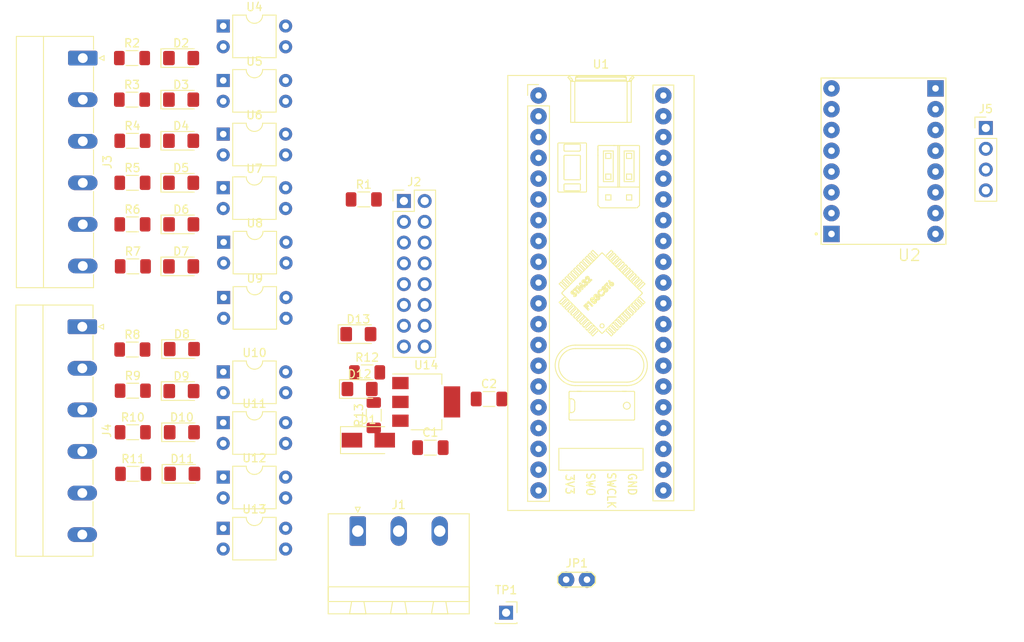
<source format=kicad_pcb>
(kicad_pcb (version 20211014) (generator pcbnew)
  (layers (0 "F.Cu" signal) (31 "B.Cu" signal) (34 "B.Paste" user) (35 "F.Paste" user) (36 "B.SilkS" user "B.Silkscreen") (37 "F.SilkS" user "F.Silkscreen") (38 "B.Mask" user) (39 "F.Mask" user) (44 "Edge.Cuts" user))
  (net 0 "")
  (net 1 "VM")
  (net 2 "5V")
  (net 3 "Net-(D1-Pad1)")
  (net 4 "Net-(J1-Pad1)")
  (net 5 "EN")
  (net 6 "3V3")
  (net 7 "Net-(D2-Pad1)")
  (net 8 "Net-(D2-Pad2)")
  (net 9 "LIMX")
  (net 10 "LIMY")
  (net 13 "Net-(D3-Pad1)")
  (net 14 "Net-(D3-Pad2)")
  (net 15 "Net-(D4-Pad1)")
  (net 16 "Net-(D4-Pad2)")
  (net 17 "Net-(D5-Pad1)")
  (net 18 "LIMZ")
  (net 19 "PROBE")
  (net 20 "SPWM")
  (net 21 "Net-(J2-Pad1)")
  (net 22 "UART1_PDN1")
  (net 23 "Net-(J2-Pad5)")
  (net 24 "Net-(J2-Pad7)")
  (net 25 "Net-(J2-Pad10)")
  (net 26 "Net-(D5-Pad2)")
  (net 27 "Net-(D6-Pad1)")
  (net 28 "Net-(J2-Pad15)")
  (net 29 "ESTOP")
  (net 30 "HOLD")
  (net 31 "START")
  (net 32 "DOOR")
  (net 33 "MIST")
  (net 34 "COOL")
  (net 39 "STEPX")
  (net 40 "DIRX")
  (net 41 "STEPY")
  (net 42 "DIRY")
  (net 43 "STEPZ")
  (net 44 "DIRZ")
  (net 45 "STEPA")
  (net 46 "DIRA")
  (net 47 "STEN")
  (net 48 "SPEN")
  (net 49 "SPDIR")
  (net 53 "Net-(D6-Pad2)")
  (net 54 "Net-(D7-Pad1)")
  (net 55 "Net-(D7-Pad2)")
  (net 56 "Net-(D8-Pad1)")
  (net 57 "Net-(D8-Pad2)")
  (net 58 "Net-(D9-Pad1)")
  (net 59 "Net-(D9-Pad2)")
  (net 60 "Net-(D10-Pad1)")
  (net 61 "Net-(D10-Pad2)")
  (net 62 "Net-(D11-Pad1)")
  (net 63 "Net-(D11-Pad2)")
  (net 64 "Net-(D12-Pad1)")
  (net 65 "Net-(D13-Pad1)")
  (net 66 "Net-(J1-Pad2)")
  (net 67 "Net-(J1-Pad3)")
  (net 68 "OXY01")
  (net 69 "OXY02")
  (net 70 "Net-(J3-Pad1)")
  (net 71 "Net-(J3-Pad2)")
  (net 72 "Net-(J3-Pad3)")
  (net 73 "Net-(J3-Pad4)")
  (net 74 "Net-(J3-Pad5)")
  (net 75 "Net-(J3-Pad6)")
  (net 76 "Net-(J4-Pad1)")
  (net 77 "Net-(J4-Pad2)")
  (net 78 "Net-(J4-Pad3)")
  (net 79 "Net-(J4-Pad4)")
  (net 80 "Net-(J4-Pad5)")
  (net 82 "Net-(U2-PadJP2_3)")
  (net 83 "Net-(U2-PadJP2_4)")
  (net 84 "Net-(U2-PadJP2_5)")
  (net 85 "Net-(U2-PadJP2_6)")
  (footprint "Resistor_SMD:R_1206_3216Metric_Pad1.30x1.75mm_HandSolder" (layer "F.Cu") (at 66.5888 101.2952)
    (fp_text reference "R9" (at 0 -1.82) (layer "F.SilkS"))
    (fp_text value "1K")
    (pad "1" smd roundrect locked (at -1.55 0) (size 1.3 1.75) (layers "F.Cu" "F.Paste" "F.Mask") (roundrect_rratio 0.192308) (net 77 "Net-(J4-Pad2)"))
    (pad "2" smd roundrect locked (at 1.55 0) (size 1.3 1.75) (layers "F.Cu" "F.Paste" "F.Mask") (roundrect_rratio 0.192308) (net 58 "Net-(D9-Pad1)"))
  )
  (footprint "Package_TO_SOT_SMD:SOT-223-3_TabPin2" (layer "F.Cu") (at 102.4132 102.6668)
    (fp_text reference "U14" (at 0 -4.5) (layer "F.SilkS"))
    (fp_text value "LM1117-3.3")
    (pad "1" smd rect locked (at -3.15 -2.3) (size 2 1.5) (layers "F.Cu" "F.Paste" "F.Mask") (net 2 "5V"))
    (pad "2" smd rect locked (at -3.15 0) (size 2 1.5) (layers "F.Cu" "F.Paste" "F.Mask") (net 2 "5V"))
    (pad "2" smd rect locked (at 3.15 0) (size 2 3.8) (layers "F.Cu" "F.Paste" "F.Mask") (net 2 "5V"))
    (pad "3" smd rect locked (at -3.15 2.3) (size 2 1.5) (layers "F.Cu" "F.Paste" "F.Mask") (net 1 "VM"))
  )
  (footprint "LED_SMD:LED_1206_3216Metric_Pad1.42x1.75mm_HandSolder" (layer "F.Cu") (at 72.4916 60.6552)
    (fp_text reference "D2" (at 0 -1.82) (layer "F.SilkS"))
    (fp_text value "LED")
    (pad "1" smd roundrect locked (at -1.4875 0) (size 1.425 1.75) (layers "F.Cu" "F.Paste" "F.Mask") (roundrect_rratio 0.175439) (net 7 "Net-(D2-Pad1)"))
    (pad "2" smd roundrect locked (at 1.4875 0) (size 1.425 1.75) (layers "F.Cu" "F.Paste" "F.Mask") (roundrect_rratio 0.175439) (net 8 "Net-(D2-Pad2)"))
  )
  (footprint "Resistor_SMD:R_1206_3216Metric_Pad1.30x1.75mm_HandSolder" (layer "F.Cu") (at 94.7928 77.9272)
    (fp_text reference "R1" (at 0 -1.82) (layer "F.SilkS"))
    (fp_text value "1K")
    (pad "1" smd roundrect locked (at -1.55 0) (size 1.3 1.75) (layers "F.Cu" "F.Paste" "F.Mask") (roundrect_rratio 0.192308) (net 22 "UART1_PDN1"))
    (pad "2" smd roundrect locked (at 1.55 0) (size 1.3 1.75) (layers "F.Cu" "F.Paste" "F.Mask") (roundrect_rratio 0.192308) (net 21 "Net-(J2-Pad1)"))
  )
  (footprint "Package_DIP:DIP-4_W7.62mm" (layer "F.Cu") (at 77.6832 83.1546)
    (fp_text reference "U8" (at 3.81 -2.33) (layer "F.SilkS"))
    (fp_text value "PC817")
    (pad "1" thru_hole rect locked (at 0 0) (size 1.6 1.6) (drill 0.8) (layers *.Cu *.Mask) (net 80 "Net-(J4-Pad5)"))
    (pad "2" thru_hole oval locked (at 0 2.54) (size 1.6 1.6) (drill 0.8) (layers *.Cu *.Mask) (net 53 "Net-(D6-Pad2)"))
    (pad "3" thru_hole oval locked (at 7.62 2.54) (size 1.6 1.6) (drill 0.8) (layers *.Cu *.Mask) (net 2 "5V"))
    (pad "4" thru_hole oval locked (at 7.62 0) (size 1.6 1.6) (drill 0.8) (layers *.Cu *.Mask) (net 29 "ESTOP"))
  )
  (footprint "Package_DIP:DIP-4_W7.62mm" (layer "F.Cu") (at 77.6324 69.9466)
    (fp_text reference "U6" (at 3.81 -2.33) (layer "F.SilkS"))
    (fp_text value "PC817")
    (pad "1" thru_hole rect locked (at 0 0) (size 1.6 1.6) (drill 0.8) (layers *.Cu *.Mask) (net 80 "Net-(J4-Pad5)"))
    (pad "2" thru_hole oval locked (at 0 2.54) (size 1.6 1.6) (drill 0.8) (layers *.Cu *.Mask) (net 16 "Net-(D4-Pad2)"))
    (pad "3" thru_hole oval locked (at 7.62 2.54) (size 1.6 1.6) (drill 0.8) (layers *.Cu *.Mask) (net 2 "5V"))
    (pad "4" thru_hole oval locked (at 7.62 0) (size 1.6 1.6) (drill 0.8) (layers *.Cu *.Mask) (net 18 "LIMZ"))
  )
  (footprint "Capacitor_SMD:C_1206_3216Metric_Pad1.33x1.80mm_HandSolder" (layer "F.Cu") (at 102.9208 108.2548)
    (fp_text reference "C1" (at 0 -1.85) (layer "F.SilkS"))
    (fp_text value "104")
    (pad "1" smd roundrect locked (at -1.5625 0) (size 1.325 1.8) (layers "F.Cu" "F.Paste" "F.Mask") (roundrect_rratio 0.188679) (net 1 "VM"))
    (pad "2" smd roundrect locked (at 1.5625 0) (size 1.325 1.8) (layers "F.Cu" "F.Paste" "F.Mask") (roundrect_rratio 0.188679) (net 2 "5V"))
  )
  (footprint "LED_SMD:LED_1206_3216Metric_Pad1.42x1.75mm_HandSolder" (layer "F.Cu") (at 72.5832 106.3752)
    (fp_text reference "D10" (at 0 -1.82) (layer "F.SilkS"))
    (fp_text value "LED")
    (pad "1" smd roundrect locked (at -1.4875 0) (size 1.425 1.75) (layers "F.Cu" "F.Paste" "F.Mask") (roundrect_rratio 0.175439) (net 60 "Net-(D10-Pad1)"))
    (pad "2" smd roundrect locked (at 1.4875 0) (size 1.425 1.75) (layers "F.Cu" "F.Paste" "F.Mask") (roundrect_rratio 0.175439) (net 61 "Net-(D10-Pad2)"))
  )
  (footprint "Connector_Phoenix_MC_HighVoltage:PhoenixContact_MC_1,5_6-G-5.08_1x06_P5.08mm_Horizontal" (layer "F.Cu") (at 60.4281 93.4812 -90)
    (fp_text reference "J4" (at 12.7 -3 90) (layer "F.SilkS"))
    (fp_text value "Conn_01x06")
    (pad "1" thru_hole roundrect locked (at 0 0 270) (size 1.8 3.6) (drill 1.2) (layers *.Cu *.Mask) (roundrect_rratio 0.138889) (net 76 "Net-(J4-Pad1)"))
    (pad "2" thru_hole oval locked (at 5.08 0 270) (size 1.8 3.6) (drill 1.2) (layers *.Cu *.Mask) (net 77 "Net-(J4-Pad2)"))
    (pad "3" thru_hole oval locked (at 10.16 0 270) (size 1.8 3.6) (drill 1.2) (layers *.Cu *.Mask) (net 78 "Net-(J4-Pad3)"))
    (pad "4" thru_hole oval locked (at 15.24 0 270) (size 1.8 3.6) (drill 1.2) (layers *.Cu *.Mask) (net 79 "Net-(J4-Pad4)"))
    (pad "5" thru_hole oval locked (at 20.32 0 270) (size 1.8 3.6) (drill 1.2) (layers *.Cu *.Mask) (net 80 "Net-(J4-Pad5)"))
    (pad "6" thru_hole oval locked (at 25.4 0 270) (size 1.8 3.6) (drill 1.2) (layers *.Cu *.Mask))
  )
  (footprint "Resistor_SMD:R_1206_3216Metric_Pad1.30x1.75mm_HandSolder" (layer "F.Cu") (at 66.4972 65.7352)
    (fp_text reference "R3" (at 0 -1.82) (layer "F.SilkS"))
    (fp_text value "1K")
    (pad "1" smd roundrect locked (at -1.55 0) (size 1.3 1.75) (layers "F.Cu" "F.Paste" "F.Mask") (roundrect_rratio 0.192308) (net 71 "Net-(J3-Pad2)"))
    (pad "2" smd roundrect locked (at 1.55 0) (size 1.3 1.75) (layers "F.Cu" "F.Paste" "F.Mask") (roundrect_rratio 0.192308) (net 13 "Net-(D3-Pad1)"))
  )
  (footprint "Diode_SMD:D_SMA" (layer "F.Cu") (at 95.3516 107.3404)
    (fp_text reference "D1" (at 0 -2.5) (layer "F.SilkS"))
    (fp_text value "D_Small")
    (pad "1" smd rect locked (at -2 0) (size 2.5 1.8) (layers "F.Cu" "F.Paste" "F.Mask") (net 3 "Net-(D1-Pad1)"))
    (pad "2" smd rect locked (at 2 0) (size 2.5 1.8) (layers "F.Cu" "F.Paste" "F.Mask") (net 4 "Net-(J1-Pad1)"))
  )
  (footprint "Package_DIP:DIP-4_W7.62mm" (layer "F.Cu") (at 77.6324 105.2018)
    (fp_text reference "U11" (at 3.81 -2.33) (layer "F.SilkS"))
    (fp_text value "PC817")
    (pad "1" thru_hole rect locked (at 0 0) (size 1.6 1.6) (drill 0.8) (layers *.Cu *.Mask) (net 80 "Net-(J4-Pad5)"))
    (pad "2" thru_hole oval locked (at 0 2.54) (size 1.6 1.6) (drill 0.8) (layers *.Cu *.Mask) (net 59 "Net-(D9-Pad2)"))
    (pad "3" thru_hole oval locked (at 7.62 2.54) (size 1.6 1.6) (drill 0.8) (layers *.Cu *.Mask) (net 2 "5V"))
    (pad "4" thru_hole oval locked (at 7.62 0) (size 1.6 1.6) (drill 0.8) (layers *.Cu *.Mask) (net 32 "DOOR"))
  )
  (footprint "LED_SMD:LED_1206_3216Metric_Pad1.42x1.75mm_HandSolder" (layer "F.Cu") (at 72.4916 75.8952)
    (fp_text reference "D5" (at 0 -1.82) (layer "F.SilkS"))
    (fp_text value "LED")
    (pad "1" smd roundrect locked (at -1.4875 0) (size 1.425 1.75) (layers "F.Cu" "F.Paste" "F.Mask") (roundrect_rratio 0.175439) (net 17 "Net-(D5-Pad1)"))
    (pad "2" smd roundrect locked (at 1.4875 0) (size 1.425 1.75) (layers "F.Cu" "F.Paste" "F.Mask") (roundrect_rratio 0.175439) (net 26 "Net-(D5-Pad2)"))
  )
  (footprint "Package_DIP:DIP-4_W7.62mm" (layer "F.Cu") (at 77.6424 98.9992)
    (fp_text reference "U10" (at 3.81 -2.33) (layer "F.SilkS"))
    (fp_text value "PC817")
    (pad "1" thru_hole rect locked (at 0 0) (size 1.6 1.6) (drill 0.8) (layers *.Cu *.Mask) (net 80 "Net-(J4-Pad5)"))
    (pad "2" thru_hole oval locked (at 0 2.54) (size 1.6 1.6) (drill 0.8) (layers *.Cu *.Mask) (net 57 "Net-(D8-Pad2)"))
    (pad "3" thru_hole oval locked (at 7.62 2.54) (size 1.6 1.6) (drill 0.8) (layers *.Cu *.Mask) (net 2 "5V"))
    (pad "4" thru_hole oval locked (at 7.62 0) (size 1.6 1.6) (drill 0.8) (layers *.Cu *.Mask) (net 31 "START"))
  )
  (footprint "Resistor_SMD:R_1206_3216Metric_Pad1.30x1.75mm_HandSolder" (layer "F.Cu") (at 66.4972 60.6552)
    (fp_text reference "R2" (at 0 -1.82) (layer "F.SilkS"))
    (fp_text value "1K")
    (pad "1" smd roundrect locked (at -1.55 0) (size 1.3 1.75) (layers "F.Cu" "F.Paste" "F.Mask") (roundrect_rratio 0.192308) (net 70 "Net-(J3-Pad1)"))
    (pad "2" smd roundrect locked (at 1.55 0) (size 1.3 1.75) (layers "F.Cu" "F.Paste" "F.Mask") (roundrect_rratio 0.192308) (net 7 "Net-(D2-Pad1)"))
  )
  (footprint "Capacitor_SMD:C_1206_3216Metric_Pad1.33x1.80mm_HandSolder" (layer "F.Cu") (at 110.0836 102.3112)
    (fp_text reference "C2" (at 0 -1.85) (layer "F.SilkS"))
    (fp_text value "104")
    (pad "1" smd roundrect locked (at -1.5625 0) (size 1.325 1.8) (layers "F.Cu" "F.Paste" "F.Mask") (roundrect_rratio 0.188679) (net 2 "5V"))
    (pad "2" smd roundrect locked (at 1.5625 0) (size 1.325 1.8) (layers "F.Cu" "F.Paste" "F.Mask") (roundrect_rratio 0.188679) (net 2 "5V"))
  )
  (footprint "Resistor_SMD:R_1206_3216Metric_Pad1.30x1.75mm_HandSolder" (layer "F.Cu") (at 95.1992 99.06)
    (fp_text reference "R12" (at 0 -1.82) (layer "F.SilkS"))
    (fp_text value "1K")
    (pad "1" smd roundrect locked (at -1.55 0) (size 1.3 1.75) (layers "F.Cu" "F.Paste" "F.Mask") (roundrect_rratio 0.192308) (net 2 "5V"))
    (pad "2" smd roundrect locked (at 1.55 0) (size 1.3 1.75) (layers "F.Cu" "F.Paste" "F.Mask") (roundrect_rratio 0.192308) (net 65 "Net-(D13-Pad1)"))
  )
  (footprint "Package_DIP:DIP-4_W7.62mm" (layer "F.Cu") (at 77.6324 111.8566)
    (fp_text reference "U12" (at 3.81 -2.33) (layer "F.SilkS"))
    (fp_text value "PC817")
    (pad "1" thru_hole rect locked (at 0 0) (size 1.6 1.6) (drill 0.8) (layers *.Cu *.Mask) (net 80 "Net-(J4-Pad5)"))
    (pad "2" thru_hole oval locked (at 0 2.54) (size 1.6 1.6) (drill 0.8) (layers *.Cu *.Mask) (net 61 "Net-(D10-Pad2)"))
    (pad "3" thru_hole oval locked (at 7.62 2.54) (size 1.6 1.6) (drill 0.8) (layers *.Cu *.Mask) (net 2 "5V"))
    (pad "4" thru_hole oval locked (at 7.62 0) (size 1.6 1.6) (drill 0.8) (layers *.Cu *.Mask) (net 68 "OXY01"))
  )
  (footprint "Connector_Phoenix_MSTB:PhoenixContact_MSTBA_2,5_3-G_1x03_P5.00mm_Horizontal" (layer "F.Cu") (at 94.06 118.4473)
    (fp_text reference "J1" (at 5 -3.2) (layer "F.SilkS"))
    (fp_text value "Conn_01x03")
    (pad "1" thru_hole roundrect (at 0 0) (size 2 3.6) (drill 1.4) (layers *.Cu *.Mask) (roundrect_rratio 0.125) (net 4 "Net-(J1-Pad1)"))
    (pad "2" thru_hole oval (at 5 0) (size 2 3.6) (drill 1.4) (layers *.Cu *.Mask) (net 66 "Net-(J1-Pad2)"))
    (pad "3" thru_hole oval (at 10 0) (size 2 3.6) (drill 1.4) (layers *.Cu *.Mask) (net 67 "Net-(J1-Pad3)"))
  )
  (footprint "Resistor_SMD:R_1206_3216Metric_Pad1.30x1.75mm_HandSolder" (layer "F.Cu") (at 66.5888 106.3752)
    (fp_text reference "R10" (at 0 -1.82) (layer "F.SilkS"))
    (fp_text value "1K")
    (pad "1" smd roundrect locked (at -1.55 0) (size 1.3 1.75) (layers "F.Cu" "F.Paste" "F.Mask") (roundrect_rratio 0.192308) (net 78 "Net-(J4-Pad3)"))
    (pad "2" smd roundrect locked (at 1.55 0) (size 1.3 1.75) (layers "F.Cu" "F.Paste" "F.Mask") (roundrect_rratio 0.192308) (net 60 "Net-(D10-Pad1)"))
  )
  (footprint "Package_DIP:DIP-4_W7.62mm" (layer "F.Cu") (at 77.6832 89.911)
    (fp_text reference "U9" (at 3.81 -2.33) (layer "F.SilkS"))
    (fp_text value "PC817")
    (pad "1" thru_hole rect locked (at 0 0) (size 1.6 1.6) (drill 0.8) (layers *.Cu *.Mask) (net 80 "Net-(J4-Pad5)"))
    (pad "2" thru_hole oval locked (at 0 2.54) (size 1.6 1.6) (drill 0.8) (layers *.Cu *.Mask) (net 55 "Net-(D7-Pad2)"))
    (pad "3" thru_hole oval locked (at 7.62 2.54) (size 1.6 1.6) (drill 0.8) (layers *.Cu *.Mask) (net 2 "5V"))
    (pad "4" thru_hole oval locked (at 7.62 0) (size 1.6 1.6) (drill 0.8) (layers *.Cu *.Mask) (net 30 "HOLD"))
  )
  (footprint "Resistor_SMD:R_1206_3216Metric_Pad1.30x1.75mm_HandSolder" (layer "F.Cu") (at 66.548 75.8952)
    (fp_text reference "R5" (at 0 -1.82) (layer "F.SilkS"))
    (fp_text value "1K")
    (pad "1" smd roundrect locked (at -1.55 0) (size 1.3 1.75) (layers "F.Cu" "F.Paste" "F.Mask") (roundrect_rratio 0.192308) (net 73 "Net-(J3-Pad4)"))
    (pad "2" smd roundrect locked (at 1.55 0) (size 1.3 1.75) (layers "F.Cu" "F.Paste" "F.Mask") (roundrect_rratio 0.192308) (net 17 "Net-(D5-Pad1)"))
  )
  (footprint "Resistor_SMD:R_1206_3216Metric_Pad1.30x1.75mm_HandSolder" (layer "F.Cu") (at 66.548 80.9752)
    (fp_text reference "R6" (at 0 -1.82) (layer "F.SilkS"))
    (fp_text value "1K")
    (pad "1" smd roundrect locked (at -1.55 0) (size 1.3 1.75) (layers "F.Cu" "F.Paste" "F.Mask") (roundrect_rratio 0.192308) (net 74 "Net-(J3-Pad5)"))
    (pad "2" smd roundrect locked (at 1.55 0) (size 1.3 1.75) (layers "F.Cu" "F.Paste" "F.Mask") (roundrect_rratio 0.192308) (net 27 "Net-(D6-Pad1)"))
  )
  (footprint "LED_SMD:LED_1206_3216Metric_Pad1.42x1.75mm_HandSolder" (layer "F.Cu") (at 94.2848 101.092)
    (fp_text reference "D12" (at 0 -1.82) (layer "F.SilkS"))
    (fp_text value "LED")
    (pad "1" smd roundrect locked (at -1.4875 0) (size 1.425 1.75) (layers "F.Cu" "F.Paste" "F.Mask") (roundrect_rratio 0.175439) (net 64 "Net-(D12-Pad1)"))
    (pad "2" smd roundrect locked (at 1.4875 0) (size 1.425 1.75) (layers "F.Cu" "F.Paste" "F.Mask") (roundrect_rratio 0.175439) (net 2 "5V"))
  )
  (footprint "LED_SMD:LED_1206_3216Metric_Pad1.42x1.75mm_HandSolder" (layer "F.Cu") (at 72.5059 80.9752)
    (fp_text reference "D6" (at 0 -1.82) (layer "F.SilkS"))
    (fp_text value "LED")
    (pad "1" smd roundrect locked (at -1.4875 0) (size 1.425 1.75) (layers "F.Cu" "F.Paste" "F.Mask") (roundrect_rratio 0.175439) (net 27 "Net-(D6-Pad1)"))
    (pad "2" smd roundrect locked (at 1.4875 0) (size 1.425 1.75) (layers "F.Cu" "F.Paste" "F.Mask") (roundrect_rratio 0.175439) (net 53 "Net-(D6-Pad2)"))
  )
  (footprint "Resistor_SMD:R_1206_3216Metric_Pad1.30x1.75mm_HandSolder" (layer "F.Cu") (at 66.6396 111.4552)
    (fp_text reference "R11" (at 0 -1.82) (layer "F.SilkS"))
    (fp_text value "1K")
    (pad "1" smd roundrect locked (at -1.55 0) (size 1.3 1.75) (layers "F.Cu" "F.Paste" "F.Mask") (roundrect_rratio 0.192308) (net 79 "Net-(J4-Pad4)"))
    (pad "2" smd roundrect locked (at 1.55 0) (size 1.3 1.75) (layers "F.Cu" "F.Paste" "F.Mask") (roundrect_rratio 0.192308) (net 62 "Net-(D11-Pad1)"))
  )
  (footprint "Package_DIP:DIP-4_W7.62mm" (layer "F.Cu") (at 77.6324 118.105)
    (fp_text reference "U13" (at 3.81 -2.33) (layer "F.SilkS"))
    (fp_text value "PC817")
    (pad "1" thru_hole rect locked (at 0 0) (size 1.6 1.6) (drill 0.8) (layers *.Cu *.Mask) (net 80 "Net-(J4-Pad5)"))
    (pad "2" thru_hole oval locked (at 0 2.54) (size 1.6 1.6) (drill 0.8) (layers *.Cu *.Mask) (net 63 "Net-(D11-Pad2)"))
    (pad "3" thru_hole oval locked (at 7.62 2.54) (size 1.6 1.6) (drill 0.8) (layers *.Cu *.Mask) (net 2 "5V"))
    (pad "4" thru_hole oval locked (at 7.62 0) (size 1.6 1.6) (drill 0.8) (layers *.Cu *.Mask) (net 69 "OXY02"))
  )
  (footprint "LED_SMD:LED_1206_3216Metric_Pad1.42x1.75mm_HandSolder" (layer "F.Cu") (at 72.4916 86.106)
    (fp_text reference "D7" (at 0 -1.82) (layer "F.SilkS"))
    (fp_text value "LED")
    (pad "1" smd roundrect locked (at -1.4875 0) (size 1.425 1.75) (layers "F.Cu" "F.Paste" "F.Mask") (roundrect_rratio 0.175439) (net 54 "Net-(D7-Pad1)"))
    (pad "2" smd roundrect locked (at 1.4875 0) (size 1.425 1.75) (layers "F.Cu" "F.Paste" "F.Mask") (roundrect_rratio 0.175439) (net 55 "Net-(D7-Pad2)"))
  )
  (footprint "LED_SMD:LED_1206_3216Metric_Pad1.42x1.75mm_HandSolder" (layer "F.Cu") (at 72.4916 70.7644)
    (fp_text reference "D4" (at 0 -1.82) (layer "F.SilkS"))
    (fp_text value "LED")
    (pad "1" smd roundrect locked (at -1.4875 0) (size 1.425 1.75) (layers "F.Cu" "F.Paste" "F.Mask") (roundrect_rratio 0.175439) (net 15 "Net-(D4-Pad1)"))
    (pad "2" smd roundrect locked (at 1.4875 0) (size 1.425 1.75) (layers "F.Cu" "F.Paste" "F.Mask") (roundrect_rratio 0.175439) (net 16 "Net-(D4-Pad2)"))
  )
  (footprint "LED_SMD:LED_1206_3216Metric_Pad1.42x1.75mm_HandSolder" (layer "F.Cu") (at 94.1324 94.3864)
    (fp_text reference "D13" (at 0 -1.82) (layer "F.SilkS"))
    (fp_text value "LED")
    (pad "1" smd roundrect locked (at -1.4875 0) (size 1.425 1.75) (layers "F.Cu" "F.Paste" "F.Mask") (roundrect_rratio 0.175439) (net 65 "Net-(D13-Pad1)"))
    (pad "2" smd roundrect locked (at 1.4875 0) (size 1.425 1.75) (layers "F.Cu" "F.Paste" "F.Mask") (roundrect_rratio 0.175439) (net 28 "Net-(J2-Pad15)"))
  )
  (footprint "Resistor_SMD:R_1206_3216Metric_Pad1.30x1.75mm_HandSolder" (layer "F.Cu") (at 66.548 70.7644)
    (fp_text reference "R4" (at 0 -1.82) (layer "F.SilkS"))
    (fp_text value "1K")
    (pad "1" smd roundrect locked (at -1.55 0) (size 1.3 1.75) (layers "F.Cu" "F.Paste" "F.Mask") (roundrect_rratio 0.192308) (net 72 "Net-(J3-Pad3)"))
    (pad "2" smd roundrect locked (at 1.55 0) (size 1.3 1.75) (layers "F.Cu" "F.Paste" "F.Mask") (roundrect_rratio 0.192308) (net 15 "Net-(D4-Pad1)"))
  )
  (footprint "TMC2208_SILENTSTEPSTICK:MODULE_TMC2208_SILENTSTEPSTICK" (layer "F.Cu") (at 158.2455 73.2536 180)
    (fp_text reference "U2" (at -3.155 -11.489) (layer "F.SilkS") (effects (font (size 1.4 1.4))))
    (fp_text value "TMC2208_SILENTSTEPSTICK")
    (pad "JP1_1" thru_hole rect (at 6.35 -8.89 180) (size 2 2) (drill 0.8) (layers *.Cu *.Mask) (net 46 "DIRA"))
    (pad "JP1_2" thru_hole circle (at 6.35 -6.35 180) (size 2 2) (drill 0.8) (layers *.Cu *.Mask) (net 45 "STEPA"))
    (pad "JP1_3" thru_hole circle (at 6.35 -3.81 180) (size 2 2) (drill 0.8) (layers *.Cu *.Mask))
    (pad "JP1_4" thru_hole circle (at 6.35 -1.27 180) (size 2 2) (drill 0.8) (layers *.Cu *.Mask) (net 22 "UART1_PDN1"))
    (pad "JP1_5" thru_hole circle (at 6.35 1.27 180) (size 2 2) (drill 0.8) (layers *.Cu *.Mask))
    (pad "JP1_6" thru_hole circle (at 6.35 3.81 180) (size 2 2) (drill 0.8) (layers *.Cu *.Mask))
    (pad "JP1_7" thru_hole circle (at 6.35 6.35 180) (size 2 2) (drill 0.8) (layers *.Cu *.Mask))
    (pad "JP1_8" thru_hole circle (at 6.35 8.89 180) (size 2 2) (drill 0.8) (layers *.Cu *.Mask) (net 5 "EN"))
    (pad "JP2_1" thru_hole rect (at -6.35 8.89 180) (size 2 2) (drill 0.8) (layers *.Cu *.Mask) (net 1 "VM"))
    (pad "JP2_2" thru_hole circle (at -6.35 6.35 180) (size 2 2) (drill 0.8) (layers *.Cu *.Mask) (net 2 "5V"))
    (pad "JP2_3" thru_hole circle (at -6.35 3.81 180) (size 2 2) (drill 0.8) (layers *.Cu *.Mask) (net 82 "Net-(U2-PadJP2_3)"))
    (pad "JP2_4" thru_hole circle (at -6.35 1.27 180) (size 2 2) (drill 0.8) (layers *.Cu *.Mask) (net 83 "Net-(U2-PadJP2_4)"))
    (pad "JP2_5" thru_hole circle (at -6.35 -1.27 180) (size 2 2) (drill 0.8) (layers *.Cu *.Mask) (net 84 "Net-(U2-PadJP2_5)"))
    (pad "JP2_6" thru_hole circle (at -6.35 -3.81 180) (size 2 2) (drill 0.8) (layers *.Cu *.Mask) (net 85 "Net-(U2-PadJP2_6)"))
    (pad "JP2_7" thru_hole circle (at -6.35 -6.35 180) (size 2 2) (drill 0.8) (layers *.Cu *.Mask) (net 6 "3V3"))
    (pad "JP2_8" thru_hole circle (at -6.35 -8.89 180) (size 2 2) (drill 0.8) (layers *.Cu *.Mask) (net 2 "5V"))
  )
  (footprint "Resistor_SMD:R_1206_3216Metric_Pad1.30x1.75mm_HandSolder" (layer "F.Cu") (at 66.5988 86.106)
    (fp_text reference "R7" (at 0 -1.82) (layer "F.SilkS"))
    (fp_text value "1K")
    (pad "1" smd roundrect locked (at -1.55 0) (size 1.3 1.75) (layers "F.Cu" "F.Paste" "F.Mask") (roundrect_rratio 0.192308) (net 75 "Net-(J3-Pad6)"))
    (pad "2" smd roundrect locked (at 1.55 0) (size 1.3 1.75) (layers "F.Cu" "F.Paste" "F.Mask") (roundrect_rratio 0.192308) (net 54 "Net-(D7-Pad1)"))
  )
  (footprint "Blackpills:YAAJ_BluePill_SWD_1" (layer "F.Cu") (at 116.1288 65.2272)
    (fp_text reference "U1" (at 7.62 -3.81) (layer "F.SilkS"))
    (fp_text value "YAAJ_BluePill_Part_Like_SWD_Breakout" hide)
    (fp_text user "SWO" (at 6.35 47.498 270 unlocked) (layer "F.SilkS") (effects (font (size 1 0.9))))
    (fp_text user "SWCLK" (at 8.89 48.26 270 unlocked) (layer "F.SilkS") (effects (font (size 1 0.9))))
    (fp_text user "3V3" (at 3.81 47.498 270 unlocked) (layer "F.SilkS") (effects (font (size 1 0.9))))
    (fp_text user "GND" (at 11.43 47.498 270 unlocked) (layer "F.SilkS") (effects (font (size 1 0.9))))
    (pad "1" thru_hole circle (at 0 0) (size 2 2) (drill 0.762) (layers *.Cu *.Mask) (net 9 "LIMX"))
    (pad "2" thru_hole circle (at 0 2.54) (size 2 2) (drill 0.762) (layers *.Cu *.Mask) (net 10 "LIMY"))
    (pad "3" thru_hole circle (at 0 5.08) (size 2 2) (drill 0.762) (layers *.Cu *.Mask) (net 18 "LIMZ"))
    (pad "4" thru_hole circle (at 0 7.62) (size 2 2) (drill 0.762) (layers *.Cu *.Mask) (net 19 "PROBE"))
    (pad "5" thru_hole circle (at 0 10.16) (size 2 2) (drill 0.762) (layers *.Cu *.Mask) (net 20 "SPWM"))
    (pad "6" thru_hole circle (at 0 12.7) (size 2 2) (drill 0.762) (layers *.Cu *.Mask) (net 21 "Net-(J2-Pad1)"))
    (pad "7" thru_hole circle (at 0 15.24) (size 2 2) (drill 0.762) (layers *.Cu *.Mask) (net 22 "UART1_PDN1"))
    (pad "8" thru_hole circle (at 0 17.78) (size 2 2) (drill 0.762) (layers *.Cu *.Mask) (net 23 "Net-(J2-Pad5)"))
    (pad "9" thru_hole circle (at 0 20.32) (size 2 2) (drill 0.762) (layers *.Cu *.Mask) (net 24 "Net-(J2-Pad7)"))
    (pad "10" thru_hole circle (at 0 22.86) (size 2 2) (drill 0.762) (layers *.Cu *.Mask) (net 25 "Net-(J2-Pad10)"))
    (pad "11" thru_hole circle (at 0 25.4) (size 2 2) (drill 0.762) (layers *.Cu *.Mask) (net 68 "OXY01"))
    (pad "12" thru_hole circle (at 0 27.94) (size 2 2) (drill 0.762) (layers *.Cu *.Mask) (net 69 "OXY02"))
    (pad "13" thru_hole circle (at 0 30.48) (size 2 2) (drill 0.762) (layers *.Cu *.Mask) (net 28 "Net-(J2-Pad15)"))
    (pad "14" thru_hole circle (at 0 33.02) (size 2 2) (drill 0.762) (layers *.Cu *.Mask) (net 29 "ESTOP"))
    (pad "15" thru_hole circle (at 0 35.56) (size 2 2) (drill 0.762) (layers *.Cu *.Mask) (net 30 "HOLD"))
    (pad "16" thru_hole circle (at 0 38.1) (size 2 2) (drill 0.762) (layers *.Cu *.Mask) (net 31 "START"))
    (pad "17" thru_hole circle (at 0 40.64) (size 2 2) (drill 0.762) (layers *.Cu *.Mask) (net 32 "DOOR"))
    (pad "18" thru_hole circle (at 0 43.18) (size 2 2) (drill 0.762) (layers *.Cu *.Mask))
    (pad "19" thru_hole circle (at 0 45.72) (size 2 2) (drill 0.762) (layers *.Cu *.Mask) (net 2 "5V"))
    (pad "20" thru_hole circle (at 0 48.26) (size 2 2) (drill 0.762) (layers *.Cu *.Mask))
    (pad "21" thru_hole circle (at 15.24 48.26) (size 2 2) (drill 0.762) (layers *.Cu *.Mask))
    (pad "22" thru_hole circle (at 15.24 45.72) (size 2 2) (drill 0.762) (layers *.Cu *.Mask))
    (pad "23" thru_hole circle (at 15.24 43.18) (size 2 2) (drill 0.762) (layers *.Cu *.Mask) (net 33 "MIST"))
    (pad "24" thru_hole circle (at 15.24 40.64) (size 2 2) (drill 0.762) (layers *.Cu *.Mask) (net 34 "COOL"))
    (pad "25" thru_hole circle (at 15.24 38.1) (size 2 2) (drill 0.762) (layers *.Cu *.Mask))
    (pad "26" thru_hole circle (at 15.24 35.56) (size 2 2) (drill 0.762) (layers *.Cu *.Mask) (net 39 "STEPX"))
    (pad "27" thru_hole circle (at 15.24 33.02) (size 2 2) (drill 0.762) (layers *.Cu *.Mask) (net 40 "DIRX"))
    (pad "28" thru_hole circle (at 15.24 30.48) (size 2 2) (drill 0.762) (layers *.Cu *.Mask) (net 41 "STEPY"))
    (pad "29" thru_hole circle (at 15.24 27.94) (size 2 2) (drill 0.762) (layers *.Cu *.Mask) (net 42 "DIRY"))
    (pad "30" thru_hole circle (at 15.24 25.4) (size 2 2) (drill 0.762) (layers *.Cu *.Mask) (net 43 "STEPZ"))
    (pad "31" thru_hole circle (at 15.24 22.86) (size 2 2) (drill 0.762) (layers *.Cu *.Mask) (net 44 "DIRZ"))
    (pad "32" thru_hole circle (at 15.24 20.32) (size 2 2) (drill 0.762) (layers *.Cu *.Mask) (net 45 "STEPA"))
    (pad "33" thru_hole circle (at 15.24 17.78) (size 2 2) (drill 0.762) (layers *.Cu *.Mask) (net 46 "DIRA"))
    (pad "34" thru_hole circle (at 15.24 15.24) (size 2 2) (drill 0.762) (layers *.Cu *.Mask) (net 47 "STEN"))
    (pad "35" thru_hole circle (at 15.24 12.7) (size 2 2) (drill 0.762) (layers *.Cu *.Mask) (net 48 "SPEN"))
    (pad "36" thru_hole circle (at 15.24 10.16) (size 2 2) (drill 0.762) (layers *.Cu *.Mask) (net 49 "SPDIR"))
    (pad "37" thru_hole circle (at 15.24 7.62) (size 2 2) (drill 0.762) (layers *.Cu *.Mask))
    (pad "38" thru_hole circle (at 15.24 5.08) (size 2 2) (drill 0.762) (layers *.Cu *.Mask) (net 6 "3V3"))
    (pad "39" thru_hole circle (at 15.24 2.54) (size 2 2) (drill 0.762) (layers *.Cu *.Mask) (net 2 "5V"))
    (pad "40" thru_hole circle (at 15.24 0) (size 2 2) (drill 0.762) (layers *.Cu *.Mask) (net 2 "5V"))
  )
  (footprint "LED_SMD:LED_1206_3216Metric_Pad1.42x1.75mm_HandSolder" (layer "F.Cu") (at 72.4916 65.7352)
    (fp_text reference "D3" (at 0 -1.82) (layer "F.SilkS"))
    (fp_text value "LED")
    (pad "1" smd roundrect locked (at -1.4875 0) (size 1.425 1.75) (layers "F.Cu" "F.Paste" "F.Mask") (roundrect_rratio 0.175439) (net 13 "Net-(D3-Pad1)"))
    (pad "2" smd roundrect locked (at 1.4875 0) (size 1.425 1.75) (layers "F.Cu" "F.Paste" "F.Mask") (roundrect_rratio 0.175439) (net 14 "Net-(D3-Pad2)"))
  )
  (footprint "Connector_PinSocket_2.54mm:PinSocket_1x01_P2.54mm_Vertical" (layer "F.Cu") (at 112.1664 128.4224)
    (fp_text reference "TP1" (at 0 -2.77) (layer "F.SilkS"))
    (fp_text value "TestPoint")
    (pad "1" thru_hole rect locked (at 0 0) (size 1.7 1.7) (drill 1) (layers *.Cu *.Mask) (net 67 "Net-(J1-Pad3)"))
  )
  (footprint "TestPoint:TestPoint_2Pads_Pitch2.54mm_Drill0.8mm" (layer "F.Cu") (at 119.5022 124.383)
    (fp_text reference "JP1" (at 1.3 -2) (layer "F.SilkS"))
    (fp_text value "Jumper_2_Bridged")
    (pad "1" thru_hole circle (at 0 0) (size 2 2) (drill 0.8) (layers *.Cu *.Mask) (net 2 "5V"))
    (pad "2" thru_hole circle (at 2.54 0) (size 2 2) (drill 0.8) (layers *.Cu *.Mask) (net 5 "EN"))
  )
  (footprint "Connector_Phoenix_MC_HighVoltage:PhoenixContact_MC_1,5_6-G-5.08_1x06_P5.08mm_Horizontal" (layer "F.Cu") (at 60.4889 60.6594 -90)
    (fp_text reference "J3" (at 12.7 -3 90) (layer "F.SilkS"))
    (fp_text value "Conn_01x06")
    (pad "1" thru_hole roundrect locked (at 0 0 270) (size 1.8 3.6) (drill 1.2) (layers *.Cu *.Mask) (roundrect_rratio 0.138889) (net 70 "Net-(J3-Pad1)"))
    (pad "2" thru_hole oval locked (at 5.08 0 270) (size 1.8 3.6) (drill 1.2) (layers *.Cu *.Mask) (net 71 "Net-(J3-Pad2)"))
    (pad "3" thru_hole oval locked (at 10.16 0 270) (size 1.8 3.6) (drill 1.2) (layers *.Cu *.Mask) (net 72 "Net-(J3-Pad3)"))
    (pad "4" thru_hole oval locked (at 15.24 0 270) (size 1.8 3.6) (drill 1.2) (layers *.Cu *.Mask) (net 73 "Net-(J3-Pad4)"))
    (pad "5" thru_hole oval locked (at 20.32 0 270) (size 1.8 3.6) (drill 1.2) (layers *.Cu *.Mask) (net 74 "Net-(J3-Pad5)"))
    (pad "6" thru_hole oval locked (at 25.4 0 270) (size 1.8 3.6) (drill 1.2) (layers *.Cu *.Mask) (net 75 "Net-(J3-Pad6)"))
  )
  (footprint "Connector_PinHeader_2.54mm:PinHeader_2x08_P2.54mm_Vertical" (layer "F.Cu") (at 99.69 78.12)
    (fp_text reference "J2" (at 1.27 -2.33) (layer "F.SilkS"))
    (fp_text value "Conn_02x08_Odd_Even")
    (pad "1" thru_hole rect (at 0 0) (size 1.7 1.7) (drill 1) (layers *.Cu *.Mask) (net 21 "Net-(J2-Pad1)"))
    (pad "2" thru_hole oval (at 2.54 0) (size 1.7 1.7) (drill 1) (layers *.Cu *.Mask) (net 21 "Net-(J2-Pad1)"))
    (pad "3" thru_hole oval (at 0 2.54) (size 1.7 1.7) (drill 1) (layers *.Cu *.Mask) (net 22 "UART1_PDN1"))
    (pad "4" thru_hole oval (at 2.54 2.54) (size 1.7 1.7) (drill 1) (layers *.Cu *.Mask) (net 22 "UART1_PDN1"))
    (pad "5" thru_hole oval (at 0 5.08) (size 1.7 1.7) (drill 1) (layers *.Cu *.Mask) (net 23 "Net-(J2-Pad5)"))
    (pad "6" thru_hole oval (at 2.54 5.08) (size 1.7 1.7) (drill 1) (layers *.Cu *.Mask) (net 23 "Net-(J2-Pad5)"))
    (pad "7" thru_hole oval (at 0 7.62) (size 1.7 1.7) (drill 1) (layers *.Cu *.Mask) (net 24 "Net-(J2-Pad7)"))
    (pad "8" thru_hole oval (at 2.54 7.62) (size 1.7 1.7) (drill 1) (layers *.Cu *.Mask) (net 24 "Net-(J2-Pad7)"))
    (pad "9" thru_hole oval (at 0 10.16) (size 1.7 1.7) (drill 1) (layers *.Cu *.Mask) (net 25 "Net-(J2-Pad10)"))
    (pad "10" thru_hole oval (at 2.54 10.16) (size 1.7 1.7) (drill 1) (layers *.Cu *.Mask) (net 25 "Net-(J2-Pad10)"))
    (pad "11" thru_hole oval (at 0 12.7) (size 1.7 1.7) (drill 1) (layers *.Cu *.Mask) (net 68 "OXY01"))
    (pad "12" thru_hole oval (at 2.54 12.7) (size 1.7 1.7) (drill 1) (layers *.Cu *.Mask) (net 68 "OXY01"))
    (pad "13" thru_hole oval (at 0 15.24) (size 1.7 1.7) (drill 1) (layers *.Cu *.Mask) (net 69 "OXY02"))
    (pad "14" thru_hole oval (at 2.54 15.24) (size 1.7 1.7) (drill 1) (layers *.Cu *.Mask) (net 69 "OXY02"))
    (pad "15" thru_hole oval (at 0 17.78) (size 1.7 1.7) (drill 1) (layers *.Cu *.Mask) (net 28 "Net-(J2-Pad15)"))
    (pad "16" thru_hole oval (at 2.54 17.78) (size 1.7 1.7) (drill 1) (layers *.Cu *.Mask) (net 28 "Net-(J2-Pad15)"))
  )
  (footprint "Package_DIP:DIP-4_W7.62mm" (layer "F.Cu") (at 77.6324 63.3934)
    (fp_text reference "U5" (at 3.81 -2.33) (layer "F.SilkS"))
    (fp_text value "PC817")
    (pad "1" thru_hole rect locked (at 0 0) (size 1.6 1.6) (drill 0.8) (layers *.Cu *.Mask) (net 80 "Net-(J4-Pad5)"))
    (pad "2" thru_hole oval locked (at 0 2.54) (size 1.6 1.6) (drill 0.8) (layers *.Cu *.Mask) (net 14 "Net-(D3-Pad2)"))
    (pad "3" thru_hole oval locked (at 7.62 2.54) (size 1.6 1.6) (drill 0.8) (layers *.Cu *.Mask) (net 2 "5V"))
    (pad "4" thru_hole oval locked (at 7.62 0) (size 1.6 1.6) (drill 0.8) (layers *.Cu *.Mask) (net 10 "LIMY"))
  )
  (footprint "LED_SMD:LED_1206_3216Metric_Pad1.42x1.75mm_HandSolder" (layer "F.Cu") (at 72.634 111.4552)
    (fp_text reference "D11" (at 0 -1.82) (layer "F.SilkS"))
    (fp_text value "LED")
    (pad "1" smd roundrect locked (at -1.4875 0) (size 1.425 1.75) (layers "F.Cu" "F.Paste" "F.Mask") (roundrect_rratio 0.175439) (net 62 "Net-(D11-Pad1)"))
    (pad "2" smd roundrect locked (at 1.4875 0) (size 1.425 1.75) (layers "F.Cu" "F.Paste" "F.Mask") (roundrect_rratio 0.175439) (net 63 "Net-(D11-Pad2)"))
  )
  (footprint "LED_SMD:LED_1206_3216Metric_Pad1.42x1.75mm_HandSolder" (layer "F.Cu") (at 72.5324 101.346)
    (fp_text reference "D9" (at 0 -1.82) (layer "F.SilkS"))
    (fp_text value "LED")
    (pad "1" smd roundrect locked (at -1.4875 0) (size 1.425 1.75) (layers "F.Cu" "F.Paste" "F.Mask") (roundrect_rratio 0.175439) (net 58 "Net-(D9-Pad1)"))
    (pad "2" smd roundrect locked (at 1.4875 0) (size 1.425 1.75) (layers "F.Cu" "F.Paste" "F.Mask") (roundrect_rratio 0.175439) (net 59 "Net-(D9-Pad2)"))
  )
  (footprint "Package_DIP:DIP-4_W7.62mm" (layer "F.Cu") (at 77.6324 56.7386)
    (fp_text reference "U4" (at 3.81 -2.33) (layer "F.SilkS"))
    (fp_text value "PC817")
    (pad "1" thru_hole rect locked (at 0 0) (size 1.6 1.6) (drill 0.8) (layers *.Cu *.Mask) (net 80 "Net-(J4-Pad5)"))
    (pad "2" thru_hole oval locked (at 0 2.54) (size 1.6 1.6) (drill 0.8) (layers *.Cu *.Mask) (net 8 "Net-(D2-Pad2)"))
    (pad "3" thru_hole oval locked (at 7.62 2.54) (size 1.6 1.6) (drill 0.8) (layers *.Cu *.Mask) (net 2 "5V"))
    (pad "4" thru_hole oval locked (at 7.62 0) (size 1.6 1.6) (drill 0.8) (layers *.Cu *.Mask) (net 9 "LIMX"))
  )
  (footprint "Resistor_SMD:R_1206_3216Metric_Pad1.30x1.75mm_HandSolder" (layer "F.Cu") (at 96.012 104.2924 90)
    (fp_text reference "R13" (at 0 -1.82 90) (layer "F.SilkS"))
    (fp_text value "1K")
    (pad "1" smd roundrect locked (at -1.55 0 90) (size 1.3 1.75) (layers "F.Cu" "F.Paste" "F.Mask") (roundrect_rratio 0.192308) (net 2 "5V"))
    (pad "2" smd roundrect locked (at 1.55 0 90) (size 1.3 1.75) (layers "F.Cu" "F.Paste" "F.Mask") (roundrect_rratio 0.192308) (net 64 "Net-(D12-Pad1)"))
  )
  (footprint "Package_DIP:DIP-4_W7.62mm" (layer "F.Cu") (at 77.6324 76.4998)
    (fp_text reference "U7" (at 3.81 -2.33) (layer "F.SilkS"))
    (fp_text value "PC817")
    (pad "1" thru_hole rect locked (at 0 0) (size 1.6 1.6) (drill 0.8) (layers *.Cu *.Mask) (net 80 "Net-(J4-Pad5)"))
    (pad "2" thru_hole oval locked (at 0 2.54) (size 1.6 1.6) (drill 0.8) (layers *.Cu *.Mask) (net 26 "Net-(D5-Pad2)"))
    (pad "3" thru_hole oval locked (at 7.62 2.54) (size 1.6 1.6) (drill 0.8) (layers *.Cu *.Mask) (net 2 "5V"))
    (pad "4" thru_hole oval locked (at 7.62 0) (size 1.6 1.6) (drill 0.8) (layers *.Cu *.Mask) (net 19 "PROBE"))
  )
  (footprint "Connector_PinHeader_2.54mm:PinHeader_1x04_P2.54mm_Vertical" (layer "F.Cu") (at 170.7388 69.1996)
    (fp_text reference "J5" (at 0 -2.33) (layer "F.SilkS"))
    (fp_text value "Conn_01x04")
    (pad "1" thru_hole rect locked (at 0 0) (size 1.7 1.7) (drill 1) (layers *.Cu *.Mask) (net 82 "Net-(U2-PadJP2_3)"))
    (pad "2" thru_hole oval locked (at 0 2.54) (size 1.7 1.7) (drill 1) (layers *.Cu *.Mask) (net 83 "Net-(U2-PadJP2_4)"))
    (pad "3" thru_hole oval locked (at 0 5.08) (size 1.7 1.7) (drill 1) (layers *.Cu *.Mask) (net 84 "Net-(U2-PadJP2_5)"))
    (pad "4" thru_hole oval locked (at 0 7.62) (size 1.7 1.7) (drill 1) (layers *.Cu *.Mask) (net 85 "Net-(U2-PadJP2_6)"))
  )
  (footprint "LED_SMD:LED_1206_3216Metric_Pad1.42x1.75mm_HandSolder" (layer "F.Cu") (at 72.5832 96.2152)
    (fp_text reference "D8" (at 0 -1.82) (layer "F.SilkS"))
    (fp_text value "LED")
    (pad "1" smd roundrect locked (at -1.4875 0) (size 1.425 1.75) (layers "F.Cu" "F.Paste" "F.Mask") (roundrect_rratio 0.175439) (net 56 "Net-(D8-Pad1)"))
    (pad "2" smd roundrect locked (at 1.4875 0) (size 1.425 1.75) (layers "F.Cu" "F.Paste" "F.Mask") (roundrect_rratio 0.175439) (net 57 "Net-(D8-Pad2)"))
  )
  (footprint "Resistor_SMD:R_1206_3216Metric_Pad1.30x1.75mm_HandSolder" (layer "F.Cu") (at 66.538 96.266)
    (fp_text reference "R8" (at 0 -1.82) (layer "F.SilkS"))
    (fp_text value "1K")
    (pad "1" smd roundrect locked (at -1.55 0) (size 1.3 1.75) (layers "F.Cu" "F.Paste" "F.Mask") (roundrect_rratio 0.192308) (net 76 "Net-(J4-Pad1)"))
    (pad "2" smd roundrect locked (at 1.55 0) (size 1.3 1.75) (layers "F.Cu" "F.Paste" "F.Mask") (roundrect_rratio 0.192308) (net 56 "Net-(D8-Pad1)"))
  )
)
</source>
